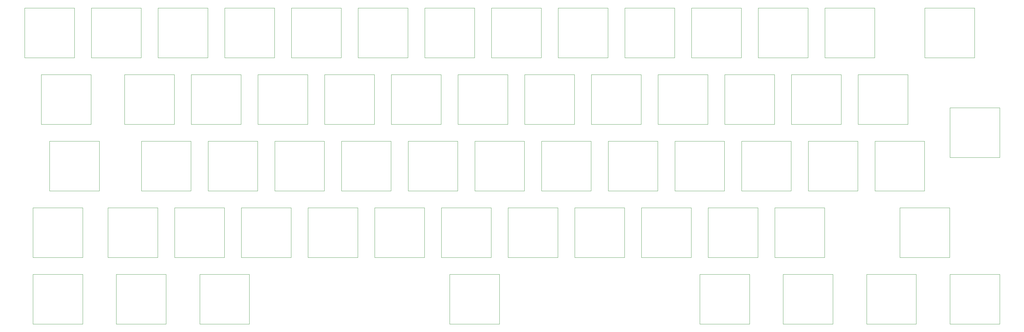
<source format=gbr>
%TF.GenerationSoftware,KiCad,Pcbnew,8.0.3*%
%TF.CreationDate,2024-11-28T23:23:20+08:00*%
%TF.ProjectId,PH60_Rev2,50483630-5f52-4657-9632-2e6b69636164,rev?*%
%TF.SameCoordinates,Original*%
%TF.FileFunction,Legend,Top*%
%TF.FilePolarity,Positive*%
%FSLAX46Y46*%
G04 Gerber Fmt 4.6, Leading zero omitted, Abs format (unit mm)*
G04 Created by KiCad (PCBNEW 8.0.3) date 2024-11-28 23:23:20*
%MOMM*%
%LPD*%
G01*
G04 APERTURE LIST*
%ADD10C,0.120000*%
G04 APERTURE END LIST*
D10*
%TO.C,S30*%
X64337500Y-69100000D02*
X64337500Y-83300000D01*
X64337500Y-83300000D02*
X78537500Y-83300000D01*
X78537500Y-69100000D02*
X64337500Y-69100000D01*
X78537500Y-83300000D02*
X78537500Y-69100000D01*
%TO.C,S27*%
X269125000Y-50050000D02*
X269125000Y-64250000D01*
X269125000Y-64250000D02*
X283325000Y-64250000D01*
X283325000Y-50050000D02*
X269125000Y-50050000D01*
X283325000Y-64250000D02*
X283325000Y-50050000D01*
%TO.C,S42*%
X33381250Y-88150000D02*
X33381250Y-102350000D01*
X33381250Y-102350000D02*
X47581250Y-102350000D01*
X47581250Y-88150000D02*
X33381250Y-88150000D01*
X47581250Y-102350000D02*
X47581250Y-88150000D01*
%TO.C,S32*%
X102437500Y-69100000D02*
X102437500Y-83300000D01*
X102437500Y-83300000D02*
X116637500Y-83300000D01*
X116637500Y-69100000D02*
X102437500Y-69100000D01*
X116637500Y-83300000D02*
X116637500Y-69100000D01*
%TO.C,S38*%
X216737500Y-69100000D02*
X216737500Y-83300000D01*
X216737500Y-83300000D02*
X230937500Y-83300000D01*
X230937500Y-69100000D02*
X216737500Y-69100000D01*
X230937500Y-83300000D02*
X230937500Y-69100000D01*
%TO.C,S35*%
X159587500Y-69100000D02*
X159587500Y-83300000D01*
X159587500Y-83300000D02*
X173787500Y-83300000D01*
X173787500Y-69100000D02*
X159587500Y-69100000D01*
X173787500Y-83300000D02*
X173787500Y-69100000D01*
%TO.C,S4*%
X88150000Y-31000000D02*
X88150000Y-45200000D01*
X88150000Y-45200000D02*
X102350000Y-45200000D01*
X102350000Y-31000000D02*
X88150000Y-31000000D01*
X102350000Y-45200000D02*
X102350000Y-31000000D01*
%TO.C,S2*%
X50050000Y-31000000D02*
X50050000Y-45200000D01*
X50050000Y-45200000D02*
X64250000Y-45200000D01*
X64250000Y-31000000D02*
X50050000Y-31000000D01*
X64250000Y-45200000D02*
X64250000Y-31000000D01*
%TO.C,S22*%
X173875000Y-50050000D02*
X173875000Y-64250000D01*
X173875000Y-64250000D02*
X188075000Y-64250000D01*
X188075000Y-50050000D02*
X173875000Y-50050000D01*
X188075000Y-64250000D02*
X188075000Y-50050000D01*
%TO.C,S28*%
X295318750Y-59575000D02*
X295318750Y-73775000D01*
X295318750Y-73775000D02*
X309518750Y-73775000D01*
X309518750Y-59575000D02*
X295318750Y-59575000D01*
X309518750Y-73775000D02*
X309518750Y-59575000D01*
%TO.C,S46*%
X111962500Y-88150000D02*
X111962500Y-102350000D01*
X111962500Y-102350000D02*
X126162500Y-102350000D01*
X126162500Y-88150000D02*
X111962500Y-88150000D01*
X126162500Y-102350000D02*
X126162500Y-88150000D01*
%TO.C,S1*%
X31000000Y-31000000D02*
X31000000Y-45200000D01*
X31000000Y-45200000D02*
X45200000Y-45200000D01*
X45200000Y-31000000D02*
X31000000Y-31000000D01*
X45200000Y-45200000D02*
X45200000Y-31000000D01*
%TO.C,S54*%
X281031250Y-88150000D02*
X281031250Y-102350000D01*
X281031250Y-102350000D02*
X295231250Y-102350000D01*
X295231250Y-88150000D02*
X281031250Y-88150000D01*
X295231250Y-102350000D02*
X295231250Y-88150000D01*
%TO.C,S10*%
X202450000Y-31000000D02*
X202450000Y-45200000D01*
X202450000Y-45200000D02*
X216650000Y-45200000D01*
X216650000Y-31000000D02*
X202450000Y-31000000D01*
X216650000Y-45200000D02*
X216650000Y-31000000D01*
%TO.C,S34*%
X140537500Y-69100000D02*
X140537500Y-83300000D01*
X140537500Y-83300000D02*
X154737500Y-83300000D01*
X154737500Y-69100000D02*
X140537500Y-69100000D01*
X154737500Y-83300000D02*
X154737500Y-69100000D01*
%TO.C,S15*%
X35762500Y-50050000D02*
X35762500Y-64250000D01*
X35762500Y-64250000D02*
X49962500Y-64250000D01*
X49962500Y-50050000D02*
X35762500Y-50050000D01*
X49962500Y-64250000D02*
X49962500Y-50050000D01*
%TO.C,S56*%
X57193750Y-107200000D02*
X57193750Y-121400000D01*
X57193750Y-121400000D02*
X71393750Y-121400000D01*
X71393750Y-107200000D02*
X57193750Y-107200000D01*
X71393750Y-121400000D02*
X71393750Y-107200000D01*
%TO.C,S20*%
X135775000Y-50050000D02*
X135775000Y-64250000D01*
X135775000Y-64250000D02*
X149975000Y-64250000D01*
X149975000Y-50050000D02*
X135775000Y-50050000D01*
X149975000Y-64250000D02*
X149975000Y-50050000D01*
%TO.C,S17*%
X78625000Y-50050000D02*
X78625000Y-64250000D01*
X78625000Y-64250000D02*
X92825000Y-64250000D01*
X92825000Y-50050000D02*
X78625000Y-50050000D01*
X92825000Y-64250000D02*
X92825000Y-50050000D01*
%TO.C,S31*%
X83387500Y-69100000D02*
X83387500Y-83300000D01*
X83387500Y-83300000D02*
X97587500Y-83300000D01*
X97587500Y-69100000D02*
X83387500Y-69100000D01*
X97587500Y-83300000D02*
X97587500Y-69100000D01*
%TO.C,S48*%
X150062500Y-88150000D02*
X150062500Y-102350000D01*
X150062500Y-102350000D02*
X164262500Y-102350000D01*
X164262500Y-88150000D02*
X150062500Y-88150000D01*
X164262500Y-102350000D02*
X164262500Y-88150000D01*
%TO.C,S51*%
X207212500Y-88150000D02*
X207212500Y-102350000D01*
X207212500Y-102350000D02*
X221412500Y-102350000D01*
X221412500Y-88150000D02*
X207212500Y-88150000D01*
X221412500Y-102350000D02*
X221412500Y-88150000D01*
%TO.C,S23*%
X192925000Y-50050000D02*
X192925000Y-64250000D01*
X192925000Y-64250000D02*
X207125000Y-64250000D01*
X207125000Y-50050000D02*
X192925000Y-50050000D01*
X207125000Y-64250000D02*
X207125000Y-50050000D01*
%TO.C,S50*%
X188162500Y-88150000D02*
X188162500Y-102350000D01*
X188162500Y-102350000D02*
X202362500Y-102350000D01*
X202362500Y-88150000D02*
X188162500Y-88150000D01*
X202362500Y-102350000D02*
X202362500Y-88150000D01*
%TO.C,S18*%
X97675000Y-50050000D02*
X97675000Y-64250000D01*
X97675000Y-64250000D02*
X111875000Y-64250000D01*
X111875000Y-50050000D02*
X97675000Y-50050000D01*
X111875000Y-64250000D02*
X111875000Y-50050000D01*
%TO.C,S33*%
X121487500Y-69100000D02*
X121487500Y-83300000D01*
X121487500Y-83300000D02*
X135687500Y-83300000D01*
X135687500Y-69100000D02*
X121487500Y-69100000D01*
X135687500Y-83300000D02*
X135687500Y-69100000D01*
%TO.C,S61*%
X271506250Y-107200000D02*
X271506250Y-121400000D01*
X271506250Y-121400000D02*
X285706250Y-121400000D01*
X285706250Y-107200000D02*
X271506250Y-107200000D01*
X285706250Y-121400000D02*
X285706250Y-107200000D01*
%TO.C,S16*%
X59575000Y-50050000D02*
X59575000Y-64250000D01*
X59575000Y-64250000D02*
X73775000Y-64250000D01*
X73775000Y-50050000D02*
X59575000Y-50050000D01*
X73775000Y-64250000D02*
X73775000Y-50050000D01*
%TO.C,S60*%
X247693750Y-107200000D02*
X247693750Y-121400000D01*
X247693750Y-121400000D02*
X261893750Y-121400000D01*
X261893750Y-107200000D02*
X247693750Y-107200000D01*
X261893750Y-121400000D02*
X261893750Y-107200000D01*
%TO.C,S58*%
X152443750Y-107200000D02*
X152443750Y-121400000D01*
X152443750Y-121400000D02*
X166643750Y-121400000D01*
X166643750Y-107200000D02*
X152443750Y-107200000D01*
X166643750Y-121400000D02*
X166643750Y-107200000D01*
%TO.C,S24*%
X211975000Y-50050000D02*
X211975000Y-64250000D01*
X211975000Y-64250000D02*
X226175000Y-64250000D01*
X226175000Y-50050000D02*
X211975000Y-50050000D01*
X226175000Y-64250000D02*
X226175000Y-50050000D01*
%TO.C,S29*%
X38143750Y-69100000D02*
X38143750Y-83300000D01*
X38143750Y-83300000D02*
X52343750Y-83300000D01*
X52343750Y-69100000D02*
X38143750Y-69100000D01*
X52343750Y-83300000D02*
X52343750Y-69100000D01*
%TO.C,S37*%
X197687500Y-69100000D02*
X197687500Y-83300000D01*
X197687500Y-83300000D02*
X211887500Y-83300000D01*
X211887500Y-69100000D02*
X197687500Y-69100000D01*
X211887500Y-83300000D02*
X211887500Y-69100000D01*
%TO.C,S43*%
X54812500Y-88150000D02*
X54812500Y-102350000D01*
X54812500Y-102350000D02*
X69012500Y-102350000D01*
X69012500Y-88150000D02*
X54812500Y-88150000D01*
X69012500Y-102350000D02*
X69012500Y-88150000D01*
%TO.C,S3*%
X69100000Y-31000000D02*
X69100000Y-45200000D01*
X69100000Y-45200000D02*
X83300000Y-45200000D01*
X83300000Y-31000000D02*
X69100000Y-31000000D01*
X83300000Y-45200000D02*
X83300000Y-31000000D01*
%TO.C,S36*%
X178637500Y-69100000D02*
X178637500Y-83300000D01*
X178637500Y-83300000D02*
X192837500Y-83300000D01*
X192837500Y-69100000D02*
X178637500Y-69100000D01*
X192837500Y-83300000D02*
X192837500Y-69100000D01*
%TO.C,S6*%
X126250000Y-31000000D02*
X126250000Y-45200000D01*
X126250000Y-45200000D02*
X140450000Y-45200000D01*
X140450000Y-31000000D02*
X126250000Y-31000000D01*
X140450000Y-45200000D02*
X140450000Y-31000000D01*
%TO.C,S55*%
X33381250Y-107200000D02*
X33381250Y-121400000D01*
X33381250Y-121400000D02*
X47581250Y-121400000D01*
X47581250Y-107200000D02*
X33381250Y-107200000D01*
X47581250Y-121400000D02*
X47581250Y-107200000D01*
%TO.C,S25*%
X231025000Y-50050000D02*
X231025000Y-64250000D01*
X231025000Y-64250000D02*
X245225000Y-64250000D01*
X245225000Y-50050000D02*
X231025000Y-50050000D01*
X245225000Y-64250000D02*
X245225000Y-50050000D01*
%TO.C,S9*%
X183400000Y-31000000D02*
X183400000Y-45200000D01*
X183400000Y-45200000D02*
X197600000Y-45200000D01*
X197600000Y-31000000D02*
X183400000Y-31000000D01*
X197600000Y-45200000D02*
X197600000Y-31000000D01*
%TO.C,S26*%
X250075000Y-50050000D02*
X250075000Y-64250000D01*
X250075000Y-64250000D02*
X264275000Y-64250000D01*
X264275000Y-50050000D02*
X250075000Y-50050000D01*
X264275000Y-64250000D02*
X264275000Y-50050000D01*
%TO.C,S11*%
X221500000Y-31000000D02*
X221500000Y-45200000D01*
X221500000Y-45200000D02*
X235700000Y-45200000D01*
X235700000Y-31000000D02*
X221500000Y-31000000D01*
X235700000Y-45200000D02*
X235700000Y-31000000D01*
%TO.C,S59*%
X223881250Y-107200000D02*
X223881250Y-121400000D01*
X223881250Y-121400000D02*
X238081250Y-121400000D01*
X238081250Y-107200000D02*
X223881250Y-107200000D01*
X238081250Y-121400000D02*
X238081250Y-107200000D01*
%TO.C,S53*%
X245312500Y-88150000D02*
X245312500Y-102350000D01*
X245312500Y-102350000D02*
X259512500Y-102350000D01*
X259512500Y-88150000D02*
X245312500Y-88150000D01*
X259512500Y-102350000D02*
X259512500Y-88150000D01*
%TO.C,S12*%
X240550000Y-31000000D02*
X240550000Y-45200000D01*
X240550000Y-45200000D02*
X254750000Y-45200000D01*
X254750000Y-31000000D02*
X240550000Y-31000000D01*
X254750000Y-45200000D02*
X254750000Y-31000000D01*
%TO.C,S57*%
X81006250Y-107200000D02*
X81006250Y-121400000D01*
X81006250Y-121400000D02*
X95206250Y-121400000D01*
X95206250Y-107200000D02*
X81006250Y-107200000D01*
X95206250Y-121400000D02*
X95206250Y-107200000D01*
%TO.C,S8*%
X164350000Y-31000000D02*
X164350000Y-45200000D01*
X164350000Y-45200000D02*
X178550000Y-45200000D01*
X178550000Y-31000000D02*
X164350000Y-31000000D01*
X178550000Y-45200000D02*
X178550000Y-31000000D01*
%TO.C,S13*%
X259600000Y-31000000D02*
X259600000Y-45200000D01*
X259600000Y-45200000D02*
X273800000Y-45200000D01*
X273800000Y-31000000D02*
X259600000Y-31000000D01*
X273800000Y-45200000D02*
X273800000Y-31000000D01*
%TO.C,S14*%
X288175000Y-31000000D02*
X288175000Y-45200000D01*
X288175000Y-45200000D02*
X302375000Y-45200000D01*
X302375000Y-31000000D02*
X288175000Y-31000000D01*
X302375000Y-45200000D02*
X302375000Y-31000000D01*
%TO.C,S21*%
X154825000Y-50050000D02*
X154825000Y-64250000D01*
X154825000Y-64250000D02*
X169025000Y-64250000D01*
X169025000Y-50050000D02*
X154825000Y-50050000D01*
X169025000Y-64250000D02*
X169025000Y-50050000D01*
%TO.C,S19*%
X116725000Y-50050000D02*
X116725000Y-64250000D01*
X116725000Y-64250000D02*
X130925000Y-64250000D01*
X130925000Y-50050000D02*
X116725000Y-50050000D01*
X130925000Y-64250000D02*
X130925000Y-50050000D01*
%TO.C,S5*%
X107200000Y-31000000D02*
X107200000Y-45200000D01*
X107200000Y-45200000D02*
X121400000Y-45200000D01*
X121400000Y-31000000D02*
X107200000Y-31000000D01*
X121400000Y-45200000D02*
X121400000Y-31000000D01*
%TO.C,S45*%
X92912500Y-88150000D02*
X92912500Y-102350000D01*
X92912500Y-102350000D02*
X107112500Y-102350000D01*
X107112500Y-88150000D02*
X92912500Y-88150000D01*
X107112500Y-102350000D02*
X107112500Y-88150000D01*
%TO.C,S62*%
X295318750Y-107200000D02*
X295318750Y-121400000D01*
X295318750Y-121400000D02*
X309518750Y-121400000D01*
X309518750Y-107200000D02*
X295318750Y-107200000D01*
X309518750Y-121400000D02*
X309518750Y-107200000D01*
%TO.C,S52*%
X226262500Y-88150000D02*
X226262500Y-102350000D01*
X226262500Y-102350000D02*
X240462500Y-102350000D01*
X240462500Y-88150000D02*
X226262500Y-88150000D01*
X240462500Y-102350000D02*
X240462500Y-88150000D01*
%TO.C,S7*%
X145300000Y-31000000D02*
X145300000Y-45200000D01*
X145300000Y-45200000D02*
X159500000Y-45200000D01*
X159500000Y-31000000D02*
X145300000Y-31000000D01*
X159500000Y-45200000D02*
X159500000Y-31000000D01*
%TO.C,S41*%
X273887500Y-69100000D02*
X273887500Y-83300000D01*
X273887500Y-83300000D02*
X288087500Y-83300000D01*
X288087500Y-69100000D02*
X273887500Y-69100000D01*
X288087500Y-83300000D02*
X288087500Y-69100000D01*
%TO.C,S49*%
X169112500Y-88150000D02*
X169112500Y-102350000D01*
X169112500Y-102350000D02*
X183312500Y-102350000D01*
X183312500Y-88150000D02*
X169112500Y-88150000D01*
X183312500Y-102350000D02*
X183312500Y-88150000D01*
%TO.C,S44*%
X73862500Y-88150000D02*
X73862500Y-102350000D01*
X73862500Y-102350000D02*
X88062500Y-102350000D01*
X88062500Y-88150000D02*
X73862500Y-88150000D01*
X88062500Y-102350000D02*
X88062500Y-88150000D01*
%TO.C,S39*%
X235787500Y-69100000D02*
X235787500Y-83300000D01*
X235787500Y-83300000D02*
X249987500Y-83300000D01*
X249987500Y-69100000D02*
X235787500Y-69100000D01*
X249987500Y-83300000D02*
X249987500Y-69100000D01*
%TO.C,S40*%
X254837500Y-69100000D02*
X254837500Y-83300000D01*
X254837500Y-83300000D02*
X269037500Y-83300000D01*
X269037500Y-69100000D02*
X254837500Y-69100000D01*
X269037500Y-83300000D02*
X269037500Y-69100000D01*
%TO.C,S47*%
X131012500Y-88150000D02*
X131012500Y-102350000D01*
X131012500Y-102350000D02*
X145212500Y-102350000D01*
X145212500Y-88150000D02*
X131012500Y-88150000D01*
X145212500Y-102350000D02*
X145212500Y-88150000D01*
%TD*%
M02*

</source>
